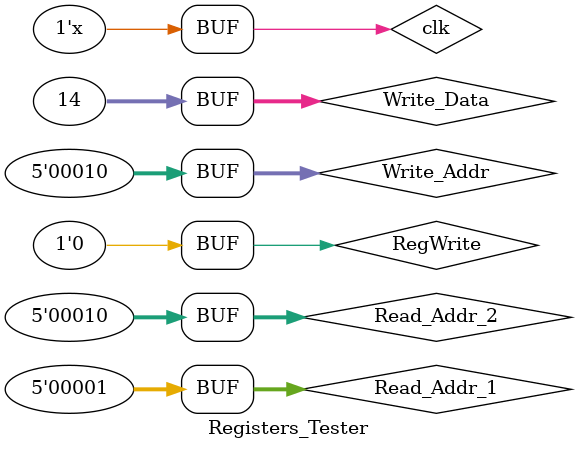
<source format=v>
`timescale 1ns / 1ps


module Registers_Tester;

	// Inputs
	reg clk;
	reg RegWrite;
	reg [4:0] Read_Addr_1;
	reg [4:0] Read_Addr_2;
	reg [4:0] Write_Addr;
	reg [31:0] Write_Data;

	// Outputs
	wire [31:0] Read_Data_1;
	wire [31:0] Read_Data_2;

	// Instantiate the Unit Under Test (UUT)
	Registers uut (
		.clk(clk), 
		.RegWrite(RegWrite), 
		.Read_Addr_1(Read_Addr_1), 
		.Read_Addr_2(Read_Addr_2), 
		.Write_Addr(Write_Addr), 
		.Read_Data_1(Read_Data_1), 
		.Read_Data_2(Read_Data_2), 
		.Write_Data(Write_Data)
	);


	always #20 clk=~clk;
	

	initial begin
		// Initialize Inputs
		clk = 0;
		RegWrite = 0;
		Read_Addr_1 = 1;
		Read_Addr_2 = 2;
		Write_Addr = 0;

		// Wait 100 ns for global reset to finish
		#100;
      		
		// Add stimulus here
		Write_Addr = 1;
		Write_Data = 15;
		RegWrite=1;
		#20
		RegWrite=0;
		#20
		Write_Addr = 2;
		Write_Data = 14;
		RegWrite=1;
		#20
		RegWrite=0;
		//Read_Addr_1 = 1;
		//Read_Addr_2 = 2;
	end
      
endmodule


</source>
